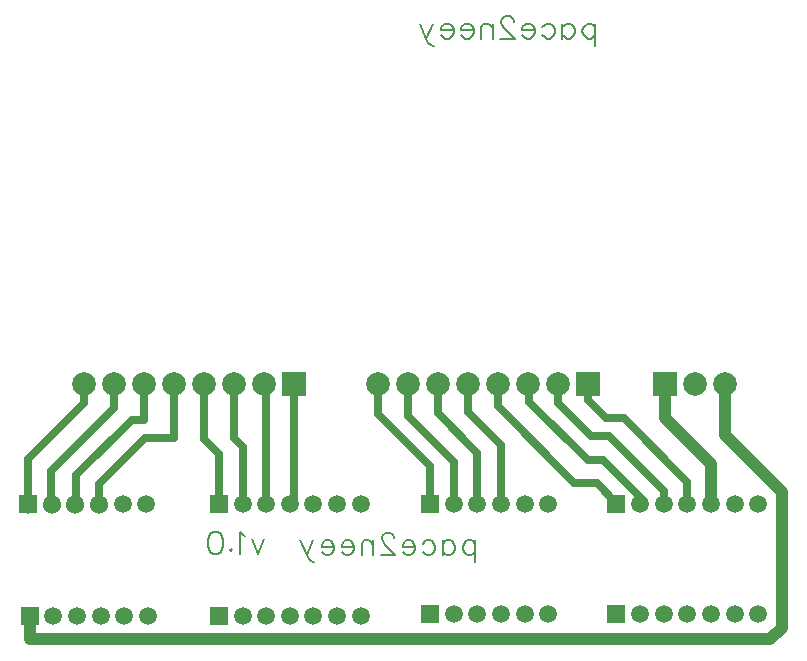
<source format=gbl>
G04 Layer: BottomLayer*
G04 EasyEDA Pro v2.0.34.720dcead.1ebef4, 2023-10-23 10:25:04*
G04 Gerber Generator version 0.3*
G04 Scale: 100 percent, Rotated: No, Reflected: No*
G04 Dimensions in millimeters*
G04 Leading zeros omitted, absolute positions, 3 integers and 3 decimals*
%FSLAX33Y33*%
%MOMM*%
%ADD10C,0.203*%
%ADD11C,0.203*%
%ADD12C,1.524*%
%ADD13R,1.5X1.5*%
%ADD14C,1.5*%
%ADD15R,2.0007X2.0*%
%ADD16R,2.0X2.0*%
%ADD17C,2.0*%
%ADD18R,2.0X2.0*%
%ADD19C,1.0*%
%ADD20C,0.7*%
G75*


G04 Text Start*
G04 //text: pace2neey*
G54D10*
G01X42983Y10243D02*
G01X42983Y8376D01*
G01X42983Y9976D02*
G01X42805Y10154D01*
G01X42628Y10243D01*
G01X42361D01*
G01X42183Y10154D01*
G01X42005Y9976D01*
G01X41916Y9709D01*
G01Y9531D01*
G01X42005Y9265D01*
G01X42183Y9087D01*
G01X42361Y8998D01*
G01X42628D01*
G01X42805Y9087D01*
G01X42983Y9265D01*
G01X40220Y10243D02*
G01X40220Y8998D01*
G01X40220Y9976D02*
G01X40397Y10154D01*
G01X40575Y10243D01*
G01X40842D01*
G01X41020Y10154D01*
G01X41198Y9976D01*
G01X41286Y9709D01*
G01Y9531D01*
G01X41198Y9265D01*
G01X41020Y9087D01*
G01X40842Y8998D01*
G01X40575D01*
G01X40397Y9087D01*
G01X40220Y9265D01*
G01X38523Y9976D02*
G01X38701Y10154D01*
G01X38879Y10243D01*
G01X39145D01*
G01X39323Y10154D01*
G01X39501Y9976D01*
G01X39590Y9709D01*
G01Y9531D01*
G01X39501Y9265D01*
G01X39323Y9087D01*
G01X39145Y8998D01*
G01X38879D01*
G01X38701Y9087D01*
G01X38523Y9265D01*
G01X37893Y9709D02*
G01X36826Y9709D01*
G01Y9887D01*
G01X36915Y10065D01*
G01X37004Y10154D01*
G01X37182Y10243D01*
G01X37448D01*
G01X37626Y10154D01*
G01X37804Y9976D01*
G01X37893Y9709D01*
G01Y9531D01*
G01X37804Y9265D01*
G01X37626Y9087D01*
G01X37448Y8998D01*
G01X37182D01*
G01X37004Y9087D01*
G01X36826Y9265D01*
G01X36107Y10420D02*
G01X36107Y10509D01*
G01X36018Y10687D01*
G01X35930Y10776D01*
G01X35752Y10865D01*
G01X35396D01*
G01X35218Y10776D01*
G01X35129Y10687D01*
G01X35041Y10509D01*
G01Y10331D01*
G01X35129Y10154D01*
G01X35307Y9887D01*
G01X36196Y8998D01*
G01X34952D01*
G01X34322Y10243D02*
G01X34322Y8998D01*
G01X34322Y9887D02*
G01X34055Y10154D01*
G01X33877Y10243D01*
G01X33611D01*
G01X33433Y10154D01*
G01X33344Y9887D01*
G01Y8998D01*
G01X32714Y9709D02*
G01X31647Y9709D01*
G01Y9887D01*
G01X31736Y10065D01*
G01X31825Y10154D01*
G01X32003Y10243D01*
G01X32269D01*
G01X32447Y10154D01*
G01X32625Y9976D01*
G01X32714Y9709D01*
G01Y9531D01*
G01X32625Y9265D01*
G01X32447Y9087D01*
G01X32269Y8998D01*
G01X32003D01*
G01X31825Y9087D01*
G01X31647Y9265D01*
G01X31017Y9709D02*
G01X29950Y9709D01*
G01Y9887D01*
G01X30039Y10065D01*
G01X30128Y10154D01*
G01X30306Y10243D01*
G01X30573D01*
G01X30751Y10154D01*
G01X30928Y9976D01*
G01X31017Y9709D01*
G01Y9531D01*
G01X30928Y9265D01*
G01X30751Y9087D01*
G01X30573Y8998D01*
G01X30306D01*
G01X30128Y9087D01*
G01X29950Y9265D01*
G01X29232Y10243D02*
G01X28698Y8998D01*
G01X28165Y10243D02*
G01X28698Y8998D01*
G01X28876Y8642D01*
G01X29054Y8465D01*
G01X29232Y8376D01*
G01X29320D01*
G04 //text: pace2neey*
G01X53111Y53981D02*
G01X53111Y52114D01*
G01X53111Y53715D02*
G01X52934Y53892D01*
G01X52756Y53981D01*
G01X52489D01*
G01X52311Y53892D01*
G01X52134Y53715D01*
G01X52045Y53448D01*
G01Y53270D01*
G01X52134Y53003D01*
G01X52311Y52826D01*
G01X52489Y52737D01*
G01X52756D01*
G01X52934Y52826D01*
G01X53111Y53003D01*
G01X50348Y53981D02*
G01X50348Y52737D01*
G01X50348Y53715D02*
G01X50526Y53892D01*
G01X50703Y53981D01*
G01X50970D01*
G01X51148Y53892D01*
G01X51326Y53715D01*
G01X51415Y53448D01*
G01Y53270D01*
G01X51326Y53003D01*
G01X51148Y52826D01*
G01X50970Y52737D01*
G01X50703D01*
G01X50526Y52826D01*
G01X50348Y53003D01*
G01X48651Y53715D02*
G01X48829Y53892D01*
G01X49007Y53981D01*
G01X49273D01*
G01X49451Y53892D01*
G01X49629Y53715D01*
G01X49718Y53448D01*
G01Y53270D01*
G01X49629Y53003D01*
G01X49451Y52826D01*
G01X49273Y52737D01*
G01X49007D01*
G01X48829Y52826D01*
G01X48651Y53003D01*
G01X48021Y53448D02*
G01X46954Y53448D01*
G01Y53626D01*
G01X47043Y53804D01*
G01X47132Y53892D01*
G01X47310Y53981D01*
G01X47577D01*
G01X47755Y53892D01*
G01X47932Y53715D01*
G01X48021Y53448D01*
G01Y53270D01*
G01X47932Y53003D01*
G01X47755Y52826D01*
G01X47577Y52737D01*
G01X47310D01*
G01X47132Y52826D01*
G01X46954Y53003D01*
G01X46236Y54159D02*
G01X46236Y54248D01*
G01X46147Y54426D01*
G01X46058Y54515D01*
G01X45880Y54604D01*
G01X45524D01*
G01X45347Y54515D01*
G01X45258Y54426D01*
G01X45169Y54248D01*
G01Y54070D01*
G01X45258Y53892D01*
G01X45436Y53626D01*
G01X46325Y52737D01*
G01X45080D01*
G01X44450Y53981D02*
G01X44450Y52737D01*
G01X44450Y53626D02*
G01X44183Y53892D01*
G01X44006Y53981D01*
G01X43739D01*
G01X43561Y53892D01*
G01X43472Y53626D01*
G01Y52737D01*
G01X42842Y53448D02*
G01X41775Y53448D01*
G01Y53626D01*
G01X41864Y53804D01*
G01X41953Y53892D01*
G01X42131Y53981D01*
G01X42398D01*
G01X42575Y53892D01*
G01X42753Y53715D01*
G01X42842Y53448D01*
G01Y53270D01*
G01X42753Y53003D01*
G01X42575Y52826D01*
G01X42398Y52737D01*
G01X42131D01*
G01X41953Y52826D01*
G01X41775Y53003D01*
G01X41145Y53448D02*
G01X40079Y53448D01*
G01Y53626D01*
G01X40168Y53804D01*
G01X40256Y53892D01*
G01X40434Y53981D01*
G01X40701D01*
G01X40879Y53892D01*
G01X41057Y53715D01*
G01X41145Y53448D01*
G01Y53270D01*
G01X41057Y53003D01*
G01X40879Y52826D01*
G01X40701Y52737D01*
G01X40434D01*
G01X40256Y52826D01*
G01X40079Y53003D01*
G01X39360Y53981D02*
G01X38826Y52737D01*
G01X38293Y53981D02*
G01X38826Y52737D01*
G01X39004Y52381D01*
G01X39182Y52203D01*
G01X39360Y52114D01*
G01X39449D01*
G04 //text: v1.0*
G54D11*
G01X25114Y10333D02*
G01X24591Y9108D01*
G01X24065Y10333D02*
G01X24591Y9108D01*
G01X23443Y10594D02*
G01X23268Y10681D01*
G01X23006Y10942D01*
G01Y9108D01*
G01X22295Y9545D02*
G01X22384Y9459D01*
G01X22295Y9370D01*
G01X22208Y9459D01*
G01X22295Y9545D01*
G01X21060Y10942D02*
G01X21322Y10856D01*
G01X21497Y10594D01*
G01X21586Y10157D01*
G01Y9896D01*
G01X21497Y9459D01*
G01X21322Y9195D01*
G01X21060Y9108D01*
G01X20885D01*
G01X20624Y9195D01*
G01X20448Y9459D01*
G01X20362Y9896D01*
G01Y10157D01*
G01X20448Y10594D01*
G01X20624Y10856D01*
G01X20885Y10942D01*
G01X21060D01*
G04 Text End*

G04 Pad Start*
G54D12*
G01X11116Y13214D03*
G01X9116Y13214D03*
G01X7116Y13214D03*
G01X5116Y13214D03*
G54D13*
G01X39153Y13341D03*
G54D14*
G01X41153Y13341D03*
G01X43153Y13341D03*
G01X45153Y13341D03*
G01X47153Y13341D03*
G01X49153Y13341D03*
G54D13*
G01X39152Y4007D03*
G54D14*
G01X41152Y4007D03*
G01X43152Y4007D03*
G01X45152Y4007D03*
G01X47152Y4007D03*
G01X49152Y4007D03*
G54D13*
G01X5117Y13341D03*
G54D14*
G01X7117Y13341D03*
G01X9117Y13341D03*
G01X11117Y13341D03*
G01X13117Y13341D03*
G01X15117Y13341D03*
G54D13*
G01X5244Y3880D03*
G54D14*
G01X7244Y3880D03*
G01X9244Y3880D03*
G01X11244Y3880D03*
G01X13244Y3880D03*
G01X15244Y3880D03*
G54D16*
G01X59011Y23501D03*
G54D17*
G01X61551Y23501D03*
G01X64091Y23501D03*
G01X34707Y23501D03*
G01X37247Y23501D03*
G01X39787Y23501D03*
G01X42327Y23501D03*
G01X44867Y23501D03*
G01X47407Y23501D03*
G01X49947Y23501D03*
G54D18*
G01X52487Y23501D03*
G54D17*
G01X9815Y23501D03*
G01X12355Y23501D03*
G01X14895Y23501D03*
G01X17435Y23501D03*
G01X19975Y23501D03*
G01X22515Y23501D03*
G01X25055Y23501D03*
G54D18*
G01X27595Y23501D03*
G54D13*
G01X54916Y13341D03*
G54D14*
G01X56916Y13341D03*
G01X58916Y13341D03*
G01X60916Y13341D03*
G01X62916Y13341D03*
G01X64916Y13341D03*
G01X66916Y13341D03*
G54D13*
G01X54916Y4007D03*
G54D14*
G01X56916Y4007D03*
G01X58916Y4007D03*
G01X60916Y4007D03*
G01X62916Y4007D03*
G01X64916Y4007D03*
G01X66916Y4007D03*
G54D13*
G01X21261Y13341D03*
G54D14*
G01X23261Y13341D03*
G01X25261Y13341D03*
G01X27261Y13341D03*
G01X29261Y13341D03*
G01X31261Y13341D03*
G01X33261Y13341D03*
G54D13*
G01X21261Y3880D03*
G54D14*
G01X23261Y3880D03*
G01X25261Y3880D03*
G01X27261Y3880D03*
G01X29261Y3880D03*
G01X31261Y3880D03*
G01X33261Y3880D03*
G04 Pad End*

G04 Track Start*
G54D19*
G01X62915Y13341D02*
G01X62915Y16676D01*
G01X59011Y20580D01*
G01Y23501D01*
G54D20*
G01X39153Y13341D02*
G01X39153Y16516D01*
G01X34707Y20963D01*
G01Y23501D01*
G01X43153Y13341D02*
G01X43153Y17659D01*
G01X39787Y21026D01*
G01Y23501D01*
G01X17435Y23501D02*
G01X17435Y18929D01*
G01X15022D01*
G01X11085Y14992D01*
G01Y13245D01*
G01X11116Y13214D01*
G01X5116Y13214D02*
G01X5116Y17151D01*
G01X9815Y21850D01*
G01Y23501D01*
G01X12355Y23501D02*
G01X12355Y21469D01*
G01X7021Y16135D01*
G01Y13309D01*
G01X7116Y13214D01*
G01X14895Y23501D02*
G01X14895Y20453D01*
G01X13879D01*
G01X9180Y15754D01*
G01Y13404D01*
G01X9117Y13341D01*
G01X21261Y13341D02*
G01X21245Y17532D01*
G01X19975Y18802D01*
G01Y23501D01*
G01X23261Y13341D02*
G01X23261Y18183D01*
G01X22515Y18929D01*
G01Y23501D01*
G01X25261Y13341D02*
G01X25261Y23295D01*
G01X25055Y23501D01*
G01X27261Y13341D02*
G01X27595Y13675D01*
G01Y23501D01*
G01X41153Y13341D02*
G01X41153Y16897D01*
G01X37247Y20804D01*
G01Y23501D01*
G01X45153Y13341D02*
G01X45153Y18294D01*
G01X42327Y21121D01*
G01Y23501D01*
G01X60916Y13341D02*
G01X60916Y15199D01*
G01X55535Y20580D01*
G01X54011D01*
G01X52487Y22104D01*
G01Y23501D01*
G01X54916Y13214D02*
G01X54916Y13452D01*
G01X53249Y15119D01*
G01X51344D01*
G01X44867Y21596D01*
G01Y23374D01*
G01X57043Y13214D02*
G01X57043Y13738D01*
G01X53757Y17024D01*
G01X52487D01*
G01X47534Y21977D01*
G01Y23374D01*
G01X58916Y13341D02*
G01X58916Y14405D01*
G01X54265Y19056D01*
G01X52741D01*
G01X49947Y21850D01*
G01Y23501D01*
G54D19*
G01X68917Y14357D02*
G01X64091Y19183D01*
G01Y23501D01*
G01X5244Y3880D02*
G01X5241Y3877D01*
G01Y1867D01*
G01X67917D01*
G01X68917Y2867D01*
G01Y14357D01*
G04 Track End*

M02*

</source>
